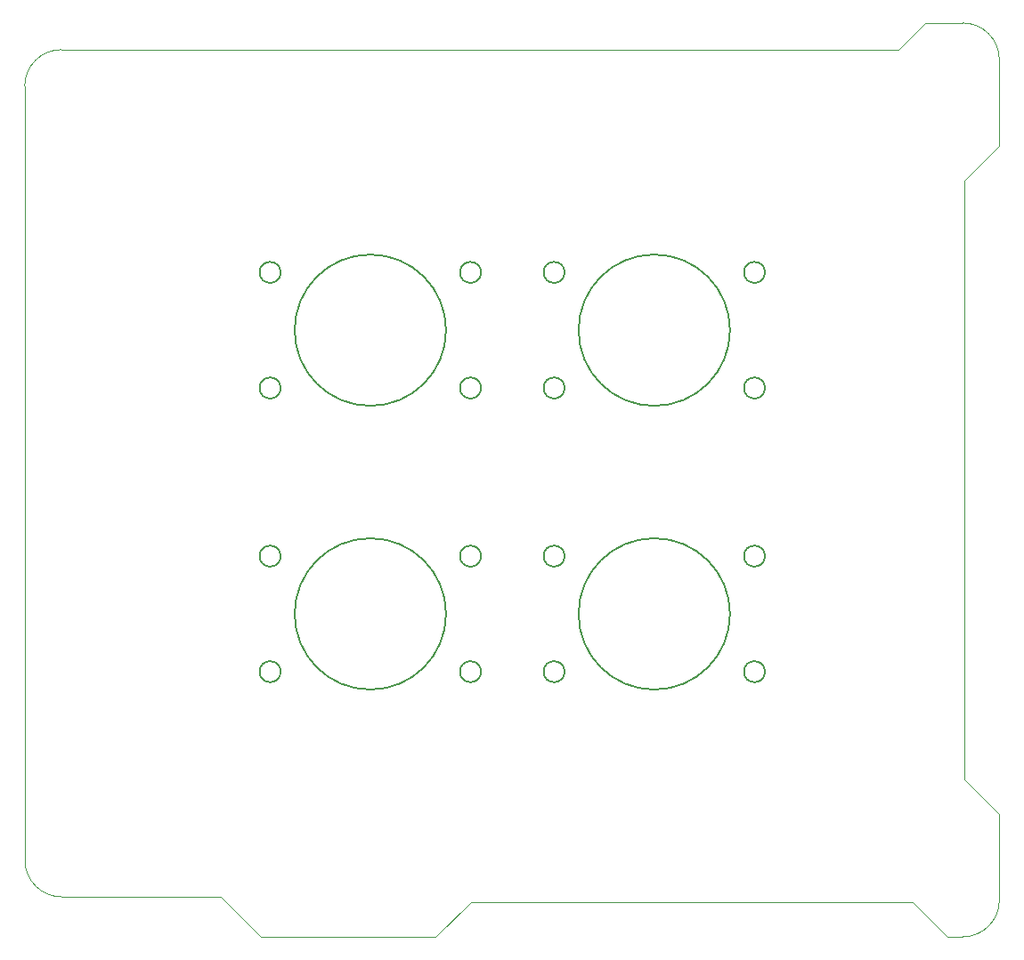
<source format=gbr>
G04 #@! TF.GenerationSoftware,KiCad,Pcbnew,(5.1.2)-2*
G04 #@! TF.CreationDate,2021-12-15T08:53:20-03:00*
G04 #@! TF.ProjectId,Magnetometer_A,4d61676e-6574-46f6-9d65-7465725f412e,rev?*
G04 #@! TF.SameCoordinates,Original*
G04 #@! TF.FileFunction,Profile,NP*
%FSLAX46Y46*%
G04 Gerber Fmt 4.6, Leading zero omitted, Abs format (unit mm)*
G04 Created by KiCad (PCBNEW (5.1.2)-2) date 2021-12-15 08:53:20*
%MOMM*%
%LPD*%
G04 APERTURE LIST*
%ADD10C,0.050000*%
%ADD11C,0.200000*%
G04 APERTURE END LIST*
D10*
X69530000Y-244600000D02*
X52920000Y-244600000D01*
X49100000Y-240785000D02*
X33980000Y-240785000D01*
X119810000Y-229610000D02*
X119812800Y-172609000D01*
X123130000Y-232930000D02*
X119810000Y-229610000D01*
X123125000Y-241120000D02*
X123130000Y-232930000D01*
X49100000Y-240785000D02*
X52920000Y-244600000D01*
X118200000Y-244600000D02*
X114900000Y-241300000D01*
X119650000Y-244595000D02*
X118200000Y-244600000D01*
X123125000Y-241120000D02*
G75*
G02X119650000Y-244595000I-3475000J0D01*
G01*
X119650000Y-157635000D02*
X116090000Y-157630000D01*
X113540000Y-160175000D02*
X116090000Y-157630000D01*
X123125000Y-161110000D02*
X123120000Y-169300000D01*
X119650000Y-157635000D02*
G75*
G02X123125000Y-161110000I0J-3475000D01*
G01*
X30475000Y-237340000D02*
X30445000Y-163650000D01*
X30475000Y-237340000D02*
G75*
G03X33980000Y-240785000I3475000J30000D01*
G01*
X33920000Y-160175000D02*
X113540000Y-160175000D01*
X30445000Y-163650000D02*
G75*
G02X33920000Y-160175000I3475000J0D01*
G01*
X119812800Y-172609000D02*
X123120000Y-169300000D01*
X69530000Y-244600000D02*
X72850000Y-241284001D01*
X72850000Y-241284001D02*
X114900000Y-241300000D01*
D11*
X81787794Y-208365848D02*
G75*
G03X81787794Y-208365848I-1000000J0D01*
G01*
X81787794Y-219365848D02*
G75*
G03X81787794Y-219365848I-1000000J0D01*
G01*
X100840353Y-219365848D02*
G75*
G03X100840353Y-219365848I-1000000J0D01*
G01*
X100840353Y-208365848D02*
G75*
G03X100840353Y-208365848I-1000000J0D01*
G01*
X97514074Y-213865848D02*
G75*
G03X97514074Y-213865848I-7200000J0D01*
G01*
X54787794Y-208365848D02*
G75*
G03X54787794Y-208365848I-1000000J0D01*
G01*
X54787794Y-219365848D02*
G75*
G03X54787794Y-219365848I-1000000J0D01*
G01*
X73840353Y-219365848D02*
G75*
G03X73840353Y-219365848I-1000000J0D01*
G01*
X73840353Y-208365848D02*
G75*
G03X73840353Y-208365848I-1000000J0D01*
G01*
X70514074Y-213865848D02*
G75*
G03X70514074Y-213865848I-7200000J0D01*
G01*
X81787794Y-181365848D02*
G75*
G03X81787794Y-181365848I-1000000J0D01*
G01*
X81787794Y-192365848D02*
G75*
G03X81787794Y-192365848I-1000000J0D01*
G01*
X100840353Y-192365848D02*
G75*
G03X100840353Y-192365848I-1000000J0D01*
G01*
X100840353Y-181365848D02*
G75*
G03X100840353Y-181365848I-1000000J0D01*
G01*
X97514074Y-186865848D02*
G75*
G03X97514074Y-186865848I-7200000J0D01*
G01*
X54787794Y-181365848D02*
G75*
G03X54787794Y-181365848I-1000000J0D01*
G01*
X54787794Y-192365848D02*
G75*
G03X54787794Y-192365848I-1000000J0D01*
G01*
X73840353Y-192365848D02*
G75*
G03X73840353Y-192365848I-1000000J0D01*
G01*
X73840353Y-181365848D02*
G75*
G03X73840353Y-181365848I-1000000J0D01*
G01*
X70514074Y-186865848D02*
G75*
G03X70514074Y-186865848I-7200000J0D01*
G01*
M02*

</source>
